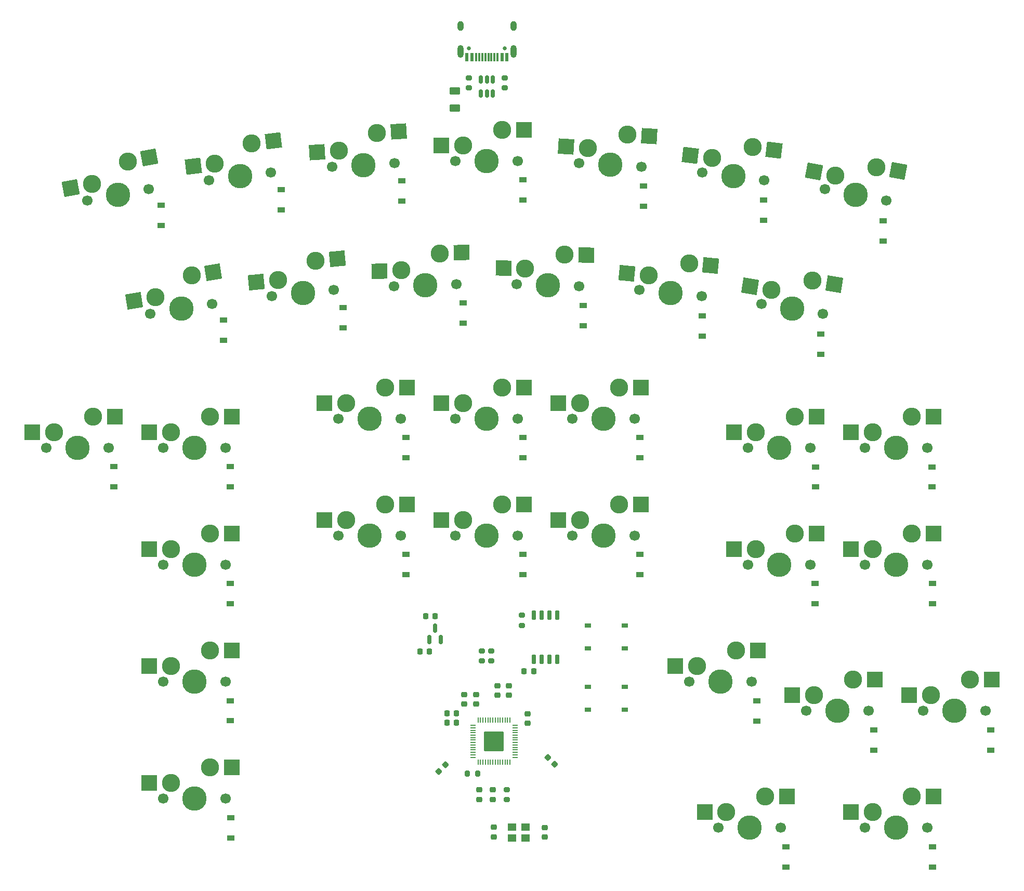
<source format=gbr>
%TF.GenerationSoftware,KiCad,Pcbnew,(6.0.1)*%
%TF.CreationDate,2022-10-10T17:14:27-07:00*%
%TF.ProjectId,StealthPad,53746561-6c74-4685-9061-642e6b696361,rev?*%
%TF.SameCoordinates,Original*%
%TF.FileFunction,Soldermask,Bot*%
%TF.FilePolarity,Negative*%
%FSLAX46Y46*%
G04 Gerber Fmt 4.6, Leading zero omitted, Abs format (unit mm)*
G04 Created by KiCad (PCBNEW (6.0.1)) date 2022-10-10 17:14:27*
%MOMM*%
%LPD*%
G01*
G04 APERTURE LIST*
G04 Aperture macros list*
%AMRoundRect*
0 Rectangle with rounded corners*
0 $1 Rounding radius*
0 $2 $3 $4 $5 $6 $7 $8 $9 X,Y pos of 4 corners*
0 Add a 4 corners polygon primitive as box body*
4,1,4,$2,$3,$4,$5,$6,$7,$8,$9,$2,$3,0*
0 Add four circle primitives for the rounded corners*
1,1,$1+$1,$2,$3*
1,1,$1+$1,$4,$5*
1,1,$1+$1,$6,$7*
1,1,$1+$1,$8,$9*
0 Add four rect primitives between the rounded corners*
20,1,$1+$1,$2,$3,$4,$5,0*
20,1,$1+$1,$4,$5,$6,$7,0*
20,1,$1+$1,$6,$7,$8,$9,0*
20,1,$1+$1,$8,$9,$2,$3,0*%
%AMRotRect*
0 Rectangle, with rotation*
0 The origin of the aperture is its center*
0 $1 length*
0 $2 width*
0 $3 Rotation angle, in degrees counterclockwise*
0 Add horizontal line*
21,1,$1,$2,0,0,$3*%
G04 Aperture macros list end*
%ADD10R,1.200000X0.900000*%
%ADD11C,2.950000*%
%ADD12C,1.700000*%
%ADD13C,3.980180*%
%ADD14R,2.550000X2.500000*%
%ADD15RoundRect,0.225000X0.250000X-0.225000X0.250000X0.225000X-0.250000X0.225000X-0.250000X-0.225000X0*%
%ADD16RoundRect,0.200000X0.275000X-0.200000X0.275000X0.200000X-0.275000X0.200000X-0.275000X-0.200000X0*%
%ADD17RoundRect,0.150000X0.150000X-0.587500X0.150000X0.587500X-0.150000X0.587500X-0.150000X-0.587500X0*%
%ADD18RoundRect,0.200000X-0.275000X0.200000X-0.275000X-0.200000X0.275000X-0.200000X0.275000X0.200000X0*%
%ADD19RoundRect,0.150000X0.150000X-0.512500X0.150000X0.512500X-0.150000X0.512500X-0.150000X-0.512500X0*%
%ADD20RotRect,2.550000X2.500000X183.500000*%
%ADD21R,0.998220X0.698500*%
%ADD22RotRect,2.550000X2.500000X170.750000*%
%ADD23RotRect,2.550000X2.500000X181.850000*%
%ADD24RoundRect,0.225000X-0.250000X0.225000X-0.250000X-0.225000X0.250000X-0.225000X0.250000X0.225000X0*%
%ADD25RotRect,2.550000X2.500000X190.500000*%
%ADD26RoundRect,0.225000X-0.225000X-0.250000X0.225000X-0.250000X0.225000X0.250000X-0.225000X0.250000X0*%
%ADD27R,1.400000X1.200000*%
%ADD28RotRect,2.550000X2.500000X169.500000*%
%ADD29RoundRect,0.225000X0.225000X0.250000X-0.225000X0.250000X-0.225000X-0.250000X0.225000X-0.250000X0*%
%ADD30RoundRect,0.225000X-0.017678X0.335876X-0.335876X0.017678X0.017678X-0.335876X0.335876X-0.017678X0*%
%ADD31RotRect,2.550000X2.500000X189.250000*%
%ADD32RotRect,2.550000X2.500000X176.500000*%
%ADD33RoundRect,0.150000X-0.150000X0.650000X-0.150000X-0.650000X0.150000X-0.650000X0.150000X0.650000X0*%
%ADD34RotRect,2.550000X2.500000X185.550000*%
%ADD35RoundRect,0.250000X-0.625000X0.375000X-0.625000X-0.375000X0.625000X-0.375000X0.625000X0.375000X0*%
%ADD36RotRect,2.550000X2.500000X187.000000*%
%ADD37RoundRect,0.200000X-0.200000X-0.275000X0.200000X-0.275000X0.200000X0.275000X-0.200000X0.275000X0*%
%ADD38RoundRect,0.050000X0.387500X0.050000X-0.387500X0.050000X-0.387500X-0.050000X0.387500X-0.050000X0*%
%ADD39RoundRect,0.050000X0.050000X0.387500X-0.050000X0.387500X-0.050000X-0.387500X0.050000X-0.387500X0*%
%ADD40RoundRect,0.144000X1.456000X1.456000X-1.456000X1.456000X-1.456000X-1.456000X1.456000X-1.456000X0*%
%ADD41RotRect,2.550000X2.500000X173.000000*%
%ADD42RotRect,2.550000X2.500000X178.150000*%
%ADD43RotRect,2.550000X2.500000X174.450000*%
%ADD44C,0.650000*%
%ADD45R,0.600000X1.450000*%
%ADD46R,0.300000X1.450000*%
%ADD47O,1.000000X2.100000*%
%ADD48O,1.000000X1.600000*%
%ADD49RoundRect,0.225000X-0.335876X-0.017678X-0.017678X-0.335876X0.335876X0.017678X0.017678X0.335876X0*%
G04 APERTURE END LIST*
D10*
%TO.C,D12*%
X109900000Y-108930000D03*
X109900000Y-105630000D03*
%TD*%
D11*
%TO.C,K21*%
X68680000Y-124210000D03*
D12*
X71220000Y-129290000D03*
D13*
X66140000Y-129290000D03*
D12*
X61060000Y-129290000D03*
D11*
X62330000Y-126750000D03*
D14*
X58780000Y-126750000D03*
X72230000Y-124210000D03*
%TD*%
D15*
%TO.C,C2*%
X114900000Y-192675000D03*
X114900000Y-191125000D03*
%TD*%
D16*
%TO.C,R6*%
X113000000Y-164025000D03*
X113000000Y-162375000D03*
%TD*%
D17*
%TO.C,U4*%
X106325000Y-160537500D03*
X104425000Y-160537500D03*
X105375000Y-158662500D03*
%TD*%
D18*
%TO.C,R5*%
X114550000Y-162375000D03*
X114550000Y-164025000D03*
%TD*%
D10*
%TO.C,D14*%
X148860000Y-111060000D03*
X148860000Y-107760000D03*
%TD*%
%TO.C,D26*%
X186350000Y-135670000D03*
X186350000Y-132370000D03*
%TD*%
D19*
%TO.C,U2*%
X114750000Y-71522500D03*
X113800000Y-71522500D03*
X112850000Y-71522500D03*
X112850000Y-69247500D03*
X113800000Y-69247500D03*
X114750000Y-69247500D03*
%TD*%
D10*
%TO.C,D24*%
X138730000Y-130860000D03*
X138730000Y-127560000D03*
%TD*%
D13*
%TO.C,K31*%
X66150000Y-148340000D03*
D11*
X62340000Y-145800000D03*
D12*
X61070000Y-148340000D03*
X71230000Y-148340000D03*
D11*
X68690000Y-143260000D03*
D14*
X58790000Y-145800000D03*
X72240000Y-143260000D03*
%TD*%
D20*
%TO.C,K02*%
X99428514Y-77737690D03*
X86158665Y-81094055D03*
D13*
X93660000Y-83180000D03*
D11*
X89702043Y-80877333D03*
D12*
X98730525Y-82869873D03*
X88589475Y-83490127D03*
D11*
X95885136Y-77954412D03*
%TD*%
D21*
%TO.C,SW1*%
X130250260Y-161924120D03*
X136249740Y-161924120D03*
X136249740Y-158225880D03*
X130250260Y-158225880D03*
%TD*%
D11*
%TO.C,K15*%
X166853543Y-102024345D03*
D12*
X158516058Y-105813428D03*
D13*
X163530000Y-106630000D03*
D12*
X168543942Y-107446572D03*
D11*
X160177830Y-103510600D03*
D22*
X156673993Y-102939964D03*
X170357380Y-102594981D03*
%TD*%
D10*
%TO.C,D02*%
X99975000Y-89075000D03*
X99975000Y-85775000D03*
%TD*%
D11*
%TO.C,K12*%
X106164679Y-97600649D03*
D12*
X108867352Y-102596002D03*
D13*
X103790000Y-102760000D03*
D11*
X99899987Y-100344322D03*
D12*
X98712648Y-102923998D03*
D23*
X96351837Y-100458927D03*
X109712828Y-97486045D03*
%TD*%
D10*
%TO.C,D15*%
X168180000Y-114030000D03*
X168180000Y-110730000D03*
%TD*%
D11*
%TO.C,K24*%
X135370000Y-119450000D03*
D13*
X132830000Y-124530000D03*
D11*
X129020000Y-121990000D03*
D12*
X127750000Y-124530000D03*
X137910000Y-124530000D03*
D14*
X125470000Y-121990000D03*
X138920000Y-119450000D03*
%TD*%
D24*
%TO.C,C10*%
X114775000Y-185025000D03*
X114775000Y-186575000D03*
%TD*%
D25*
%TO.C,K00*%
X58782266Y-81965251D03*
X46020366Y-86913786D03*
D11*
X49510921Y-86266850D03*
X55291711Y-82612187D03*
D13*
X53720000Y-88070000D03*
D12*
X48725065Y-88995756D03*
X58714935Y-87144244D03*
%TD*%
D10*
%TO.C,D20*%
X53010000Y-135640000D03*
X53010000Y-132340000D03*
%TD*%
%TO.C,D35*%
X167300000Y-154700000D03*
X167300000Y-151400000D03*
%TD*%
D26*
%TO.C,C7*%
X102875000Y-162500000D03*
X104425000Y-162500000D03*
%TD*%
D11*
%TO.C,K55*%
X152822500Y-188662500D03*
D12*
X151552500Y-191202500D03*
X161712500Y-191202500D03*
D13*
X156632500Y-191202500D03*
D11*
X159172500Y-186122500D03*
D14*
X149272500Y-188662500D03*
X162722500Y-186122500D03*
%TD*%
D15*
%TO.C,C5*%
X117400000Y-169575000D03*
X117400000Y-168025000D03*
%TD*%
D10*
%TO.C,D13*%
X129460000Y-109360000D03*
X129460000Y-106060000D03*
%TD*%
D27*
%TO.C,Y1*%
X120100000Y-192825000D03*
X117900000Y-192825000D03*
X117900000Y-191125000D03*
X120100000Y-191125000D03*
%TD*%
D28*
%TO.C,K06*%
X180773779Y-84184879D03*
X167086122Y-84231279D03*
D12*
X168865065Y-87144244D03*
X178854935Y-88995756D03*
D11*
X177283224Y-83537943D03*
D13*
X173860000Y-88070000D03*
D11*
X170576677Y-84878215D03*
%TD*%
D10*
%TO.C,D55*%
X162540000Y-197590000D03*
X162540000Y-194290000D03*
%TD*%
D13*
%TO.C,K41*%
X66160000Y-167400000D03*
D12*
X61080000Y-167400000D03*
D11*
X62350000Y-164860000D03*
X68700000Y-162320000D03*
D12*
X71240000Y-167400000D03*
D14*
X58800000Y-164860000D03*
X72250000Y-162320000D03*
%TD*%
D13*
%TO.C,K36*%
X180460000Y-148340000D03*
D11*
X176650000Y-145800000D03*
X183000000Y-143260000D03*
D12*
X185540000Y-148340000D03*
X175380000Y-148340000D03*
D14*
X173100000Y-145800000D03*
X186550000Y-143260000D03*
%TD*%
D12*
%TO.C,K26*%
X185540000Y-129290000D03*
D11*
X176650000Y-126750000D03*
D12*
X175380000Y-129290000D03*
D11*
X183000000Y-124210000D03*
D13*
X180460000Y-129290000D03*
D14*
X173100000Y-126750000D03*
X186550000Y-124210000D03*
%TD*%
D24*
%TO.C,C1*%
X123240000Y-191135000D03*
X123240000Y-192685000D03*
%TD*%
D11*
%TO.C,K51*%
X68680000Y-181370000D03*
D12*
X61060000Y-186450000D03*
D13*
X66140000Y-186450000D03*
D11*
X62330000Y-183910000D03*
D12*
X71220000Y-186450000D03*
D14*
X58780000Y-183910000D03*
X72230000Y-181370000D03*
%TD*%
D10*
%TO.C,D33*%
X119690000Y-149960000D03*
X119690000Y-146660000D03*
%TD*%
%TO.C,D45*%
X176840000Y-178550000D03*
X176840000Y-175250000D03*
%TD*%
D13*
%TO.C,K44*%
X151870000Y-167390000D03*
D11*
X148060000Y-164850000D03*
X154410000Y-162310000D03*
D12*
X146790000Y-167390000D03*
X156950000Y-167390000D03*
D14*
X144510000Y-164850000D03*
X157960000Y-162310000D03*
%TD*%
D11*
%TO.C,K22*%
X90920000Y-121990000D03*
X97270000Y-119450000D03*
D12*
X99810000Y-124530000D03*
X89650000Y-124530000D03*
D13*
X94730000Y-124530000D03*
D14*
X87370000Y-121990000D03*
X100820000Y-119450000D03*
%TD*%
D11*
%TO.C,K56*%
X176635000Y-188662500D03*
D13*
X180445000Y-191202500D03*
D11*
X182985000Y-186122500D03*
D12*
X185525000Y-191202500D03*
X175365000Y-191202500D03*
D14*
X173085000Y-188662500D03*
X186535000Y-186122500D03*
%TD*%
D10*
%TO.C,D00*%
X60775000Y-93025000D03*
X60775000Y-89725000D03*
%TD*%
%TO.C,D34*%
X138730000Y-149930000D03*
X138730000Y-146630000D03*
%TD*%
D18*
%TO.C,R3*%
X110900000Y-68985000D03*
X110900000Y-70635000D03*
%TD*%
D10*
%TO.C,D21*%
X72040000Y-135640000D03*
X72040000Y-132340000D03*
%TD*%
D24*
%TO.C,C4*%
X112050000Y-169500000D03*
X112050000Y-171050000D03*
%TD*%
D10*
%TO.C,D46*%
X195880000Y-178550000D03*
X195880000Y-175250000D03*
%TD*%
D11*
%TO.C,K20*%
X49650000Y-124200000D03*
D12*
X42030000Y-129280000D03*
D13*
X47110000Y-129280000D03*
D12*
X52190000Y-129280000D03*
D11*
X43300000Y-126740000D03*
D14*
X39750000Y-126740000D03*
X53200000Y-124200000D03*
%TD*%
D29*
%TO.C,C9*%
X108825000Y-172525000D03*
X107275000Y-172525000D03*
%TD*%
D10*
%TO.C,D51*%
X72060000Y-192830000D03*
X72060000Y-189530000D03*
%TD*%
D29*
%TO.C,C15*%
X105375000Y-156725000D03*
X103825000Y-156725000D03*
%TD*%
D16*
%TO.C,R1*%
X119550000Y-158225000D03*
X119550000Y-156575000D03*
%TD*%
D30*
%TO.C,C11*%
X107023008Y-180901992D03*
X105926992Y-181998008D03*
%TD*%
D10*
%TO.C,D22*%
X100620000Y-130860000D03*
X100620000Y-127560000D03*
%TD*%
%TO.C,D31*%
X72040000Y-154700000D03*
X72040000Y-151400000D03*
%TD*%
D31*
%TO.C,K10*%
X69214236Y-100627136D03*
X56347421Y-105296095D03*
D11*
X65710399Y-101197772D03*
X59851258Y-104725458D03*
D12*
X59006058Y-107436572D03*
X69033942Y-105803428D03*
D13*
X64020000Y-106620000D03*
%TD*%
D32*
%TO.C,K04*%
X140278768Y-78461261D03*
X126698791Y-80175420D03*
D13*
X133890000Y-83160000D03*
D12*
X138960525Y-83470127D03*
D11*
X136735389Y-78244539D03*
D12*
X128819475Y-82849873D03*
D11*
X130242170Y-80392143D03*
%TD*%
D33*
%TO.C,U1*%
X121420000Y-156575000D03*
X122690000Y-156575000D03*
X123960000Y-156575000D03*
X125230000Y-156575000D03*
X125230000Y-163775000D03*
X123960000Y-163775000D03*
X122690000Y-163775000D03*
X121420000Y-163775000D03*
%TD*%
D34*
%TO.C,K11*%
X89410142Y-98424824D03*
X76268848Y-102253725D03*
D12*
X78783814Y-104561309D03*
D11*
X85876784Y-98768160D03*
D13*
X83840000Y-104070000D03*
D11*
X79802206Y-101910389D03*
D12*
X88896186Y-103578691D03*
%TD*%
D11*
%TO.C,K33*%
X116320000Y-138500000D03*
D12*
X108700000Y-143580000D03*
D11*
X109970000Y-141040000D03*
D12*
X118860000Y-143580000D03*
D13*
X113780000Y-143580000D03*
D14*
X106420000Y-141040000D03*
X119870000Y-138500000D03*
%TD*%
D10*
%TO.C,D04*%
X139350000Y-89925000D03*
X139350000Y-86625000D03*
%TD*%
D16*
%TO.C,R7*%
X117050000Y-186600000D03*
X117050000Y-184950000D03*
%TD*%
D10*
%TO.C,D23*%
X119690000Y-130860000D03*
X119690000Y-127560000D03*
%TD*%
D11*
%TO.C,K03*%
X109960000Y-80020000D03*
D12*
X108690000Y-82560000D03*
D13*
X113770000Y-82560000D03*
D11*
X116310000Y-77480000D03*
D12*
X118850000Y-82560000D03*
D14*
X106410000Y-80020000D03*
X119860000Y-77480000D03*
%TD*%
D35*
%TO.C,F1*%
X108575000Y-71135000D03*
X108575000Y-73935000D03*
%TD*%
D12*
%TO.C,K23*%
X118860000Y-124530000D03*
D11*
X116320000Y-119450000D03*
D13*
X113780000Y-124530000D03*
D12*
X108700000Y-124530000D03*
D11*
X109970000Y-121990000D03*
D14*
X106420000Y-121990000D03*
X119870000Y-119450000D03*
%TD*%
D12*
%TO.C,K32*%
X99810000Y-143580000D03*
D11*
X90920000Y-141040000D03*
D13*
X94730000Y-143580000D03*
D12*
X89650000Y-143580000D03*
D11*
X97270000Y-138500000D03*
D14*
X87370000Y-141040000D03*
X100820000Y-138500000D03*
%TD*%
D11*
%TO.C,K46*%
X186160000Y-169612500D03*
D13*
X189970000Y-172152500D03*
D12*
X195050000Y-172152500D03*
D11*
X192510000Y-167072500D03*
D12*
X184890000Y-172152500D03*
D14*
X182610000Y-169612500D03*
X196060000Y-167072500D03*
%TD*%
D11*
%TO.C,K45*%
X173460000Y-167072500D03*
X167110000Y-169612500D03*
D13*
X170920000Y-172152500D03*
D12*
X176000000Y-172152500D03*
X165840000Y-172152500D03*
D14*
X163560000Y-169612500D03*
X177010000Y-167072500D03*
%TD*%
D36*
%TO.C,K01*%
X79015510Y-79235681D03*
X65975312Y-83395891D03*
D11*
X75491971Y-79668317D03*
X69498851Y-82963255D03*
D12*
X68547866Y-85639096D03*
D13*
X73590000Y-85020000D03*
D12*
X78632134Y-84400904D03*
%TD*%
D37*
%TO.C,R2*%
X110650000Y-182400000D03*
X112300000Y-182400000D03*
%TD*%
D10*
%TO.C,D05*%
X158900000Y-92200000D03*
X158900000Y-88900000D03*
%TD*%
D12*
%TO.C,K25*%
X156330000Y-129290000D03*
D11*
X157600000Y-126750000D03*
D13*
X161410000Y-129290000D03*
D12*
X166490000Y-129290000D03*
D11*
X163950000Y-124210000D03*
D14*
X154050000Y-126750000D03*
X167500000Y-124210000D03*
%TD*%
D10*
%TO.C,D06*%
X178350000Y-95600000D03*
X178350000Y-92300000D03*
%TD*%
D38*
%TO.C,U3*%
X118412500Y-174500000D03*
X118412500Y-174900000D03*
X118412500Y-175300000D03*
X118412500Y-175700000D03*
X118412500Y-176100000D03*
X118412500Y-176500000D03*
X118412500Y-176900000D03*
X118412500Y-177300000D03*
X118412500Y-177700000D03*
X118412500Y-178100000D03*
X118412500Y-178500000D03*
X118412500Y-178900000D03*
X118412500Y-179300000D03*
X118412500Y-179700000D03*
D39*
X117575000Y-180537500D03*
X117175000Y-180537500D03*
X116775000Y-180537500D03*
X116375000Y-180537500D03*
X115975000Y-180537500D03*
X115575000Y-180537500D03*
X115175000Y-180537500D03*
X114775000Y-180537500D03*
X114375000Y-180537500D03*
X113975000Y-180537500D03*
X113575000Y-180537500D03*
X113175000Y-180537500D03*
X112775000Y-180537500D03*
X112375000Y-180537500D03*
D38*
X111537500Y-179700000D03*
X111537500Y-179300000D03*
X111537500Y-178900000D03*
X111537500Y-178500000D03*
X111537500Y-178100000D03*
X111537500Y-177700000D03*
X111537500Y-177300000D03*
X111537500Y-176900000D03*
X111537500Y-176500000D03*
X111537500Y-176100000D03*
X111537500Y-175700000D03*
X111537500Y-175300000D03*
X111537500Y-174900000D03*
X111537500Y-174500000D03*
D39*
X112375000Y-173662500D03*
X112775000Y-173662500D03*
X113175000Y-173662500D03*
X113575000Y-173662500D03*
X113975000Y-173662500D03*
X114375000Y-173662500D03*
X114775000Y-173662500D03*
X115175000Y-173662500D03*
X115575000Y-173662500D03*
X115975000Y-173662500D03*
X116375000Y-173662500D03*
X116775000Y-173662500D03*
X117175000Y-173662500D03*
X117575000Y-173662500D03*
D40*
X114975000Y-177100000D03*
%TD*%
D29*
%TO.C,C3*%
X121425000Y-165650000D03*
X119875000Y-165650000D03*
%TD*%
D10*
%TO.C,D11*%
X90375000Y-109700000D03*
X90375000Y-106400000D03*
%TD*%
%TO.C,D01*%
X80275000Y-90500000D03*
X80275000Y-87200000D03*
%TD*%
D13*
%TO.C,K34*%
X132830000Y-143580000D03*
D12*
X137910000Y-143580000D03*
D11*
X135370000Y-138500000D03*
X129020000Y-141040000D03*
D12*
X127750000Y-143580000D03*
D14*
X125470000Y-141040000D03*
X138920000Y-138500000D03*
%TD*%
D10*
%TO.C,D44*%
X157790000Y-173780000D03*
X157790000Y-170480000D03*
%TD*%
D15*
%TO.C,C8*%
X110075000Y-171050000D03*
X110075000Y-169500000D03*
%TD*%
D10*
%TO.C,D25*%
X167320000Y-135670000D03*
X167320000Y-132370000D03*
%TD*%
D11*
%TO.C,K35*%
X163950000Y-143260000D03*
D13*
X161410000Y-148340000D03*
D11*
X157600000Y-145800000D03*
D12*
X166490000Y-148340000D03*
X156330000Y-148340000D03*
D14*
X154050000Y-145800000D03*
X167500000Y-143260000D03*
%TD*%
D10*
%TO.C,D56*%
X186360000Y-197580000D03*
X186360000Y-194280000D03*
%TD*%
D29*
%TO.C,C16*%
X108825000Y-174050000D03*
X107275000Y-174050000D03*
%TD*%
D15*
%TO.C,C13*%
X115500000Y-169575000D03*
X115500000Y-168025000D03*
%TD*%
%TO.C,C14*%
X120450000Y-174150000D03*
X120450000Y-172600000D03*
%TD*%
D10*
%TO.C,D41*%
X72040000Y-173770000D03*
X72040000Y-170470000D03*
%TD*%
%TO.C,D10*%
X70950000Y-111750000D03*
X70950000Y-108450000D03*
%TD*%
%TO.C,D32*%
X100620000Y-149960000D03*
X100620000Y-146660000D03*
%TD*%
D41*
%TO.C,K05*%
X160603702Y-80730050D03*
X146944408Y-81611974D03*
D12*
X158982134Y-85649096D03*
D11*
X150467947Y-82044611D03*
X157080163Y-80297414D03*
D12*
X148897866Y-84410904D03*
D13*
X153940000Y-85030000D03*
%TD*%
D11*
%TO.C,K13*%
X120053985Y-100098326D03*
D12*
X128857352Y-102923998D03*
D13*
X123780000Y-102760000D03*
D12*
X118702648Y-102596002D03*
D11*
X126482674Y-97764647D03*
D42*
X116505835Y-99983721D03*
X130030823Y-97879251D03*
%TD*%
D21*
%TO.C,SW2*%
X136269740Y-168210880D03*
X130270260Y-168210880D03*
X130270260Y-171909120D03*
X136269740Y-171909120D03*
%TD*%
D12*
%TO.C,K14*%
X138663814Y-103558691D03*
X148776186Y-104541309D03*
D11*
X146739402Y-99239469D03*
D13*
X143720000Y-104050000D03*
D11*
X140173515Y-101153425D03*
D43*
X136640157Y-100810089D03*
X150272760Y-99582805D03*
%TD*%
D10*
%TO.C,D03*%
X119700000Y-88925000D03*
X119700000Y-85625000D03*
%TD*%
D24*
%TO.C,C6*%
X112550000Y-185025000D03*
X112550000Y-186575000D03*
%TD*%
D10*
%TO.C,D36*%
X186370000Y-154700000D03*
X186370000Y-151400000D03*
%TD*%
D44*
%TO.C,J1*%
X116690000Y-64150000D03*
X110910000Y-64150000D03*
D45*
X110550000Y-65595000D03*
X111350000Y-65595000D03*
D46*
X112550000Y-65595000D03*
X113550000Y-65595000D03*
X114050000Y-65595000D03*
X115050000Y-65595000D03*
D45*
X116250000Y-65595000D03*
X117050000Y-65595000D03*
X117050000Y-65595000D03*
X116250000Y-65595000D03*
D46*
X115550000Y-65595000D03*
X114550000Y-65595000D03*
X113050000Y-65595000D03*
X112050000Y-65595000D03*
D45*
X111350000Y-65595000D03*
X110550000Y-65595000D03*
D47*
X118120000Y-64680000D03*
D48*
X118120000Y-60500000D03*
X109480000Y-60500000D03*
D47*
X109480000Y-64680000D03*
%TD*%
D18*
%TO.C,R4*%
X116675000Y-68985000D03*
X116675000Y-70635000D03*
%TD*%
D49*
%TO.C,C12*%
X123703984Y-179753984D03*
X124800000Y-180850000D03*
%TD*%
M02*

</source>
